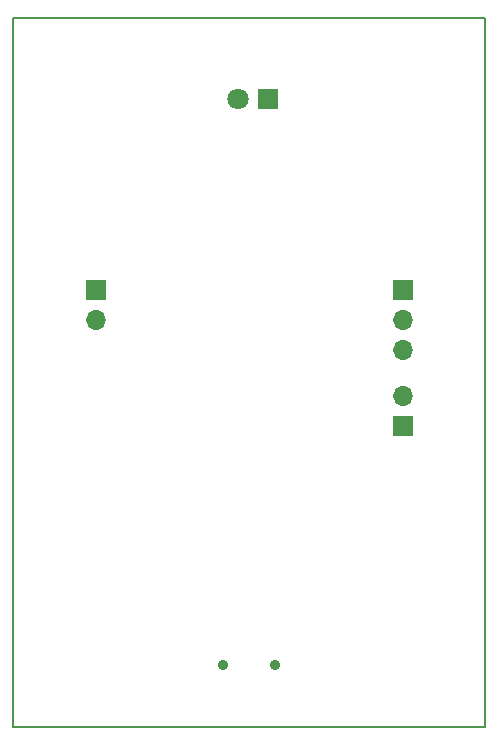
<source format=gbr>
G04 #@! TF.GenerationSoftware,KiCad,Pcbnew,(5.0.0)*
G04 #@! TF.CreationDate,2020-11-05T20:38:02+01:00*
G04 #@! TF.ProjectId,WiFiRemote,5769466952656D6F74652E6B69636164,rev?*
G04 #@! TF.SameCoordinates,Original*
G04 #@! TF.FileFunction,Soldermask,Bot*
G04 #@! TF.FilePolarity,Negative*
%FSLAX46Y46*%
G04 Gerber Fmt 4.6, Leading zero omitted, Abs format (unit mm)*
G04 Created by KiCad (PCBNEW (5.0.0)) date 11/05/20 20:38:02*
%MOMM*%
%LPD*%
G01*
G04 APERTURE LIST*
%ADD10C,0.200000*%
%ADD11R,1.800000X1.800000*%
%ADD12C,1.800000*%
%ADD13C,0.909320*%
%ADD14R,1.700000X1.700000*%
%ADD15O,1.700000X1.700000*%
G04 APERTURE END LIST*
D10*
X65000000Y-30000000D02*
X25000000Y-30000000D01*
X65000000Y-90000000D02*
X65000000Y-30000000D01*
X25000000Y-90000000D02*
X65000000Y-90000000D01*
X25000000Y-30000000D02*
X25000000Y-90000000D01*
D11*
G04 #@! TO.C,D1*
X46558200Y-36804600D03*
D12*
X44018200Y-36804600D03*
G04 #@! TD*
D13*
G04 #@! TO.C,J2*
X42800360Y-84749820D03*
X47199640Y-84749820D03*
G04 #@! TD*
D14*
G04 #@! TO.C,JP2*
X32000000Y-53000000D03*
D15*
X32000000Y-55540000D03*
G04 #@! TD*
D14*
G04 #@! TO.C,JP1*
X58000000Y-64500000D03*
D15*
X58000000Y-61960000D03*
G04 #@! TD*
D14*
G04 #@! TO.C,J1*
X58000000Y-53000000D03*
D15*
X58000000Y-55540000D03*
X58000000Y-58080000D03*
G04 #@! TD*
M02*

</source>
